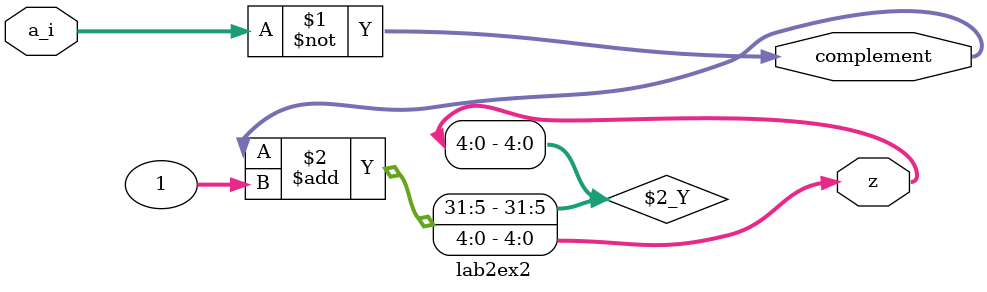
<source format=v>
module lab2ex2 (
input [4:0] a_i,
output [4:0] complement, output [4:0] z
);

assign complement = ~a_i;
assign z = complement + 1;

endmodule
</source>
